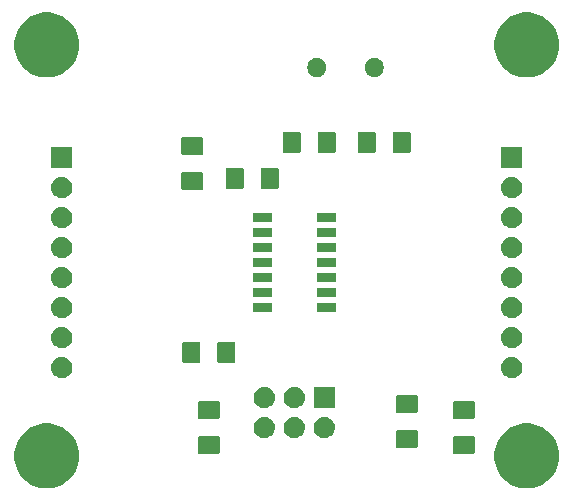
<source format=gbr>
G04 #@! TF.GenerationSoftware,KiCad,Pcbnew,(5.0.2)-1*
G04 #@! TF.CreationDate,2019-01-10T10:17:45+01:00*
G04 #@! TF.ProjectId,ATtiny44_DevBoard,41547469-6e79-4343-945f-446576426f61,rev?*
G04 #@! TF.SameCoordinates,Original*
G04 #@! TF.FileFunction,Soldermask,Top*
G04 #@! TF.FilePolarity,Negative*
%FSLAX46Y46*%
G04 Gerber Fmt 4.6, Leading zero omitted, Abs format (unit mm)*
G04 Created by KiCad (PCBNEW (5.0.2)-1) date 10/01/2019 10:17:45*
%MOMM*%
%LPD*%
G01*
G04 APERTURE LIST*
%ADD10C,0.100000*%
G04 APERTURE END LIST*
D10*
G36*
X169192693Y-105886859D02*
X169458437Y-105939719D01*
X169959087Y-106147095D01*
X170402129Y-106443127D01*
X170409663Y-106448161D01*
X170792839Y-106831337D01*
X170792841Y-106831340D01*
X171093905Y-107281913D01*
X171301281Y-107782563D01*
X171407000Y-108314050D01*
X171407000Y-108855950D01*
X171301281Y-109387437D01*
X171093905Y-109888087D01*
X170794871Y-110335622D01*
X170792839Y-110338663D01*
X170409663Y-110721839D01*
X170409660Y-110721841D01*
X169959087Y-111022905D01*
X169458437Y-111230281D01*
X169192694Y-111283140D01*
X168926951Y-111336000D01*
X168385049Y-111336000D01*
X168119306Y-111283140D01*
X167853563Y-111230281D01*
X167352913Y-111022905D01*
X166902340Y-110721841D01*
X166902337Y-110721839D01*
X166519161Y-110338663D01*
X166517129Y-110335622D01*
X166218095Y-109888087D01*
X166010719Y-109387437D01*
X165905000Y-108855950D01*
X165905000Y-108314050D01*
X166010719Y-107782563D01*
X166218095Y-107281913D01*
X166519159Y-106831340D01*
X166519161Y-106831337D01*
X166902337Y-106448161D01*
X166909871Y-106443127D01*
X167352913Y-106147095D01*
X167853563Y-105939719D01*
X168119306Y-105886860D01*
X168385049Y-105834000D01*
X168926951Y-105834000D01*
X169192693Y-105886859D01*
X169192693Y-105886859D01*
G37*
G36*
X128552693Y-105886859D02*
X128818437Y-105939719D01*
X129319087Y-106147095D01*
X129762129Y-106443127D01*
X129769663Y-106448161D01*
X130152839Y-106831337D01*
X130152841Y-106831340D01*
X130453905Y-107281913D01*
X130661281Y-107782563D01*
X130767000Y-108314050D01*
X130767000Y-108855950D01*
X130661281Y-109387437D01*
X130453905Y-109888087D01*
X130154871Y-110335622D01*
X130152839Y-110338663D01*
X129769663Y-110721839D01*
X129769660Y-110721841D01*
X129319087Y-111022905D01*
X128818437Y-111230281D01*
X128552694Y-111283140D01*
X128286951Y-111336000D01*
X127745049Y-111336000D01*
X127479306Y-111283140D01*
X127213563Y-111230281D01*
X126712913Y-111022905D01*
X126262340Y-110721841D01*
X126262337Y-110721839D01*
X125879161Y-110338663D01*
X125877129Y-110335622D01*
X125578095Y-109888087D01*
X125370719Y-109387437D01*
X125265000Y-108855950D01*
X125265000Y-108314050D01*
X125370719Y-107782563D01*
X125578095Y-107281913D01*
X125879159Y-106831340D01*
X125879161Y-106831337D01*
X126262337Y-106448161D01*
X126269871Y-106443127D01*
X126712913Y-106147095D01*
X127213563Y-105939719D01*
X127479306Y-105886860D01*
X127745049Y-105834000D01*
X128286951Y-105834000D01*
X128552693Y-105886859D01*
X128552693Y-105886859D01*
G37*
G36*
X142507562Y-106900181D02*
X142542477Y-106910773D01*
X142574665Y-106927978D01*
X142602873Y-106951127D01*
X142626022Y-106979335D01*
X142643227Y-107011523D01*
X142653819Y-107046438D01*
X142658000Y-107088895D01*
X142658000Y-108230105D01*
X142653819Y-108272562D01*
X142643227Y-108307477D01*
X142626022Y-108339665D01*
X142602873Y-108367873D01*
X142574665Y-108391022D01*
X142542477Y-108408227D01*
X142507562Y-108418819D01*
X142465105Y-108423000D01*
X140998895Y-108423000D01*
X140956438Y-108418819D01*
X140921523Y-108408227D01*
X140889335Y-108391022D01*
X140861127Y-108367873D01*
X140837978Y-108339665D01*
X140820773Y-108307477D01*
X140810181Y-108272562D01*
X140806000Y-108230105D01*
X140806000Y-107088895D01*
X140810181Y-107046438D01*
X140820773Y-107011523D01*
X140837978Y-106979335D01*
X140861127Y-106951127D01*
X140889335Y-106927978D01*
X140921523Y-106910773D01*
X140956438Y-106900181D01*
X140998895Y-106896000D01*
X142465105Y-106896000D01*
X142507562Y-106900181D01*
X142507562Y-106900181D01*
G37*
G36*
X164097562Y-106900181D02*
X164132477Y-106910773D01*
X164164665Y-106927978D01*
X164192873Y-106951127D01*
X164216022Y-106979335D01*
X164233227Y-107011523D01*
X164243819Y-107046438D01*
X164248000Y-107088895D01*
X164248000Y-108230105D01*
X164243819Y-108272562D01*
X164233227Y-108307477D01*
X164216022Y-108339665D01*
X164192873Y-108367873D01*
X164164665Y-108391022D01*
X164132477Y-108408227D01*
X164097562Y-108418819D01*
X164055105Y-108423000D01*
X162588895Y-108423000D01*
X162546438Y-108418819D01*
X162511523Y-108408227D01*
X162479335Y-108391022D01*
X162451127Y-108367873D01*
X162427978Y-108339665D01*
X162410773Y-108307477D01*
X162400181Y-108272562D01*
X162396000Y-108230105D01*
X162396000Y-107088895D01*
X162400181Y-107046438D01*
X162410773Y-107011523D01*
X162427978Y-106979335D01*
X162451127Y-106951127D01*
X162479335Y-106927978D01*
X162511523Y-106910773D01*
X162546438Y-106900181D01*
X162588895Y-106896000D01*
X164055105Y-106896000D01*
X164097562Y-106900181D01*
X164097562Y-106900181D01*
G37*
G36*
X159271562Y-106392181D02*
X159306477Y-106402773D01*
X159338665Y-106419978D01*
X159366873Y-106443127D01*
X159390022Y-106471335D01*
X159407227Y-106503523D01*
X159417819Y-106538438D01*
X159422000Y-106580895D01*
X159422000Y-107722105D01*
X159417819Y-107764562D01*
X159407227Y-107799477D01*
X159390022Y-107831665D01*
X159366873Y-107859873D01*
X159338665Y-107883022D01*
X159306477Y-107900227D01*
X159271562Y-107910819D01*
X159229105Y-107915000D01*
X157762895Y-107915000D01*
X157720438Y-107910819D01*
X157685523Y-107900227D01*
X157653335Y-107883022D01*
X157625127Y-107859873D01*
X157601978Y-107831665D01*
X157584773Y-107799477D01*
X157574181Y-107764562D01*
X157570000Y-107722105D01*
X157570000Y-106580895D01*
X157574181Y-106538438D01*
X157584773Y-106503523D01*
X157601978Y-106471335D01*
X157625127Y-106443127D01*
X157653335Y-106419978D01*
X157685523Y-106402773D01*
X157720438Y-106392181D01*
X157762895Y-106388000D01*
X159229105Y-106388000D01*
X159271562Y-106392181D01*
X159271562Y-106392181D01*
G37*
G36*
X151621443Y-105277519D02*
X151687627Y-105284037D01*
X151800853Y-105318384D01*
X151857467Y-105335557D01*
X151911923Y-105364665D01*
X152013991Y-105419222D01*
X152024209Y-105427608D01*
X152151186Y-105531814D01*
X152234448Y-105633271D01*
X152263778Y-105669009D01*
X152263779Y-105669011D01*
X152347443Y-105825533D01*
X152347443Y-105825534D01*
X152398963Y-105995373D01*
X152416359Y-106172000D01*
X152398963Y-106348627D01*
X152377319Y-106419978D01*
X152347443Y-106518467D01*
X152336768Y-106538438D01*
X152263778Y-106674991D01*
X152234448Y-106710729D01*
X152151186Y-106812186D01*
X152049729Y-106895448D01*
X152013991Y-106924778D01*
X152013989Y-106924779D01*
X151857467Y-107008443D01*
X151800853Y-107025616D01*
X151687627Y-107059963D01*
X151621443Y-107066481D01*
X151555260Y-107073000D01*
X151466740Y-107073000D01*
X151400557Y-107066481D01*
X151334373Y-107059963D01*
X151221147Y-107025616D01*
X151164533Y-107008443D01*
X151008011Y-106924779D01*
X151008009Y-106924778D01*
X150972271Y-106895448D01*
X150870814Y-106812186D01*
X150787552Y-106710729D01*
X150758222Y-106674991D01*
X150685232Y-106538438D01*
X150674557Y-106518467D01*
X150644681Y-106419978D01*
X150623037Y-106348627D01*
X150605641Y-106172000D01*
X150623037Y-105995373D01*
X150674557Y-105825534D01*
X150674557Y-105825533D01*
X150758221Y-105669011D01*
X150758222Y-105669009D01*
X150787552Y-105633271D01*
X150870814Y-105531814D01*
X150997791Y-105427608D01*
X151008009Y-105419222D01*
X151110077Y-105364665D01*
X151164533Y-105335557D01*
X151221147Y-105318384D01*
X151334373Y-105284037D01*
X151400557Y-105277519D01*
X151466740Y-105271000D01*
X151555260Y-105271000D01*
X151621443Y-105277519D01*
X151621443Y-105277519D01*
G37*
G36*
X146541443Y-105277519D02*
X146607627Y-105284037D01*
X146720853Y-105318384D01*
X146777467Y-105335557D01*
X146831923Y-105364665D01*
X146933991Y-105419222D01*
X146944209Y-105427608D01*
X147071186Y-105531814D01*
X147154448Y-105633271D01*
X147183778Y-105669009D01*
X147183779Y-105669011D01*
X147267443Y-105825533D01*
X147267443Y-105825534D01*
X147318963Y-105995373D01*
X147336359Y-106172000D01*
X147318963Y-106348627D01*
X147297319Y-106419978D01*
X147267443Y-106518467D01*
X147256768Y-106538438D01*
X147183778Y-106674991D01*
X147154448Y-106710729D01*
X147071186Y-106812186D01*
X146969729Y-106895448D01*
X146933991Y-106924778D01*
X146933989Y-106924779D01*
X146777467Y-107008443D01*
X146720853Y-107025616D01*
X146607627Y-107059963D01*
X146541443Y-107066481D01*
X146475260Y-107073000D01*
X146386740Y-107073000D01*
X146320557Y-107066481D01*
X146254373Y-107059963D01*
X146141147Y-107025616D01*
X146084533Y-107008443D01*
X145928011Y-106924779D01*
X145928009Y-106924778D01*
X145892271Y-106895448D01*
X145790814Y-106812186D01*
X145707552Y-106710729D01*
X145678222Y-106674991D01*
X145605232Y-106538438D01*
X145594557Y-106518467D01*
X145564681Y-106419978D01*
X145543037Y-106348627D01*
X145525641Y-106172000D01*
X145543037Y-105995373D01*
X145594557Y-105825534D01*
X145594557Y-105825533D01*
X145678221Y-105669011D01*
X145678222Y-105669009D01*
X145707552Y-105633271D01*
X145790814Y-105531814D01*
X145917791Y-105427608D01*
X145928009Y-105419222D01*
X146030077Y-105364665D01*
X146084533Y-105335557D01*
X146141147Y-105318384D01*
X146254373Y-105284037D01*
X146320557Y-105277519D01*
X146386740Y-105271000D01*
X146475260Y-105271000D01*
X146541443Y-105277519D01*
X146541443Y-105277519D01*
G37*
G36*
X149081443Y-105277519D02*
X149147627Y-105284037D01*
X149260853Y-105318384D01*
X149317467Y-105335557D01*
X149371923Y-105364665D01*
X149473991Y-105419222D01*
X149484209Y-105427608D01*
X149611186Y-105531814D01*
X149694448Y-105633271D01*
X149723778Y-105669009D01*
X149723779Y-105669011D01*
X149807443Y-105825533D01*
X149807443Y-105825534D01*
X149858963Y-105995373D01*
X149876359Y-106172000D01*
X149858963Y-106348627D01*
X149837319Y-106419978D01*
X149807443Y-106518467D01*
X149796768Y-106538438D01*
X149723778Y-106674991D01*
X149694448Y-106710729D01*
X149611186Y-106812186D01*
X149509729Y-106895448D01*
X149473991Y-106924778D01*
X149473989Y-106924779D01*
X149317467Y-107008443D01*
X149260853Y-107025616D01*
X149147627Y-107059963D01*
X149081443Y-107066481D01*
X149015260Y-107073000D01*
X148926740Y-107073000D01*
X148860557Y-107066481D01*
X148794373Y-107059963D01*
X148681147Y-107025616D01*
X148624533Y-107008443D01*
X148468011Y-106924779D01*
X148468009Y-106924778D01*
X148432271Y-106895448D01*
X148330814Y-106812186D01*
X148247552Y-106710729D01*
X148218222Y-106674991D01*
X148145232Y-106538438D01*
X148134557Y-106518467D01*
X148104681Y-106419978D01*
X148083037Y-106348627D01*
X148065641Y-106172000D01*
X148083037Y-105995373D01*
X148134557Y-105825534D01*
X148134557Y-105825533D01*
X148218221Y-105669011D01*
X148218222Y-105669009D01*
X148247552Y-105633271D01*
X148330814Y-105531814D01*
X148457791Y-105427608D01*
X148468009Y-105419222D01*
X148570077Y-105364665D01*
X148624533Y-105335557D01*
X148681147Y-105318384D01*
X148794373Y-105284037D01*
X148860557Y-105277519D01*
X148926740Y-105271000D01*
X149015260Y-105271000D01*
X149081443Y-105277519D01*
X149081443Y-105277519D01*
G37*
G36*
X142507562Y-103925181D02*
X142542477Y-103935773D01*
X142574665Y-103952978D01*
X142602873Y-103976127D01*
X142626022Y-104004335D01*
X142643227Y-104036523D01*
X142653819Y-104071438D01*
X142658000Y-104113895D01*
X142658000Y-105255105D01*
X142653819Y-105297562D01*
X142643227Y-105332477D01*
X142626022Y-105364665D01*
X142602873Y-105392873D01*
X142574665Y-105416022D01*
X142542477Y-105433227D01*
X142507562Y-105443819D01*
X142465105Y-105448000D01*
X140998895Y-105448000D01*
X140956438Y-105443819D01*
X140921523Y-105433227D01*
X140889335Y-105416022D01*
X140861127Y-105392873D01*
X140837978Y-105364665D01*
X140820773Y-105332477D01*
X140810181Y-105297562D01*
X140806000Y-105255105D01*
X140806000Y-104113895D01*
X140810181Y-104071438D01*
X140820773Y-104036523D01*
X140837978Y-104004335D01*
X140861127Y-103976127D01*
X140889335Y-103952978D01*
X140921523Y-103935773D01*
X140956438Y-103925181D01*
X140998895Y-103921000D01*
X142465105Y-103921000D01*
X142507562Y-103925181D01*
X142507562Y-103925181D01*
G37*
G36*
X164097562Y-103925181D02*
X164132477Y-103935773D01*
X164164665Y-103952978D01*
X164192873Y-103976127D01*
X164216022Y-104004335D01*
X164233227Y-104036523D01*
X164243819Y-104071438D01*
X164248000Y-104113895D01*
X164248000Y-105255105D01*
X164243819Y-105297562D01*
X164233227Y-105332477D01*
X164216022Y-105364665D01*
X164192873Y-105392873D01*
X164164665Y-105416022D01*
X164132477Y-105433227D01*
X164097562Y-105443819D01*
X164055105Y-105448000D01*
X162588895Y-105448000D01*
X162546438Y-105443819D01*
X162511523Y-105433227D01*
X162479335Y-105416022D01*
X162451127Y-105392873D01*
X162427978Y-105364665D01*
X162410773Y-105332477D01*
X162400181Y-105297562D01*
X162396000Y-105255105D01*
X162396000Y-104113895D01*
X162400181Y-104071438D01*
X162410773Y-104036523D01*
X162427978Y-104004335D01*
X162451127Y-103976127D01*
X162479335Y-103952978D01*
X162511523Y-103935773D01*
X162546438Y-103925181D01*
X162588895Y-103921000D01*
X164055105Y-103921000D01*
X164097562Y-103925181D01*
X164097562Y-103925181D01*
G37*
G36*
X159271562Y-103417181D02*
X159306477Y-103427773D01*
X159338665Y-103444978D01*
X159366873Y-103468127D01*
X159390022Y-103496335D01*
X159407227Y-103528523D01*
X159417819Y-103563438D01*
X159422000Y-103605895D01*
X159422000Y-104747105D01*
X159417819Y-104789562D01*
X159407227Y-104824477D01*
X159390022Y-104856665D01*
X159366873Y-104884873D01*
X159338665Y-104908022D01*
X159306477Y-104925227D01*
X159271562Y-104935819D01*
X159229105Y-104940000D01*
X157762895Y-104940000D01*
X157720438Y-104935819D01*
X157685523Y-104925227D01*
X157653335Y-104908022D01*
X157625127Y-104884873D01*
X157601978Y-104856665D01*
X157584773Y-104824477D01*
X157574181Y-104789562D01*
X157570000Y-104747105D01*
X157570000Y-103605895D01*
X157574181Y-103563438D01*
X157584773Y-103528523D01*
X157601978Y-103496335D01*
X157625127Y-103468127D01*
X157653335Y-103444978D01*
X157685523Y-103427773D01*
X157720438Y-103417181D01*
X157762895Y-103413000D01*
X159229105Y-103413000D01*
X159271562Y-103417181D01*
X159271562Y-103417181D01*
G37*
G36*
X146541443Y-102737519D02*
X146607627Y-102744037D01*
X146720853Y-102778384D01*
X146777467Y-102795557D01*
X146916087Y-102869652D01*
X146933991Y-102879222D01*
X146969729Y-102908552D01*
X147071186Y-102991814D01*
X147154448Y-103093271D01*
X147183778Y-103129009D01*
X147183779Y-103129011D01*
X147267443Y-103285533D01*
X147267443Y-103285534D01*
X147318963Y-103455373D01*
X147336359Y-103632000D01*
X147318963Y-103808627D01*
X147284875Y-103921000D01*
X147267443Y-103978467D01*
X147195054Y-104113895D01*
X147183778Y-104134991D01*
X147154448Y-104170729D01*
X147071186Y-104272186D01*
X146969729Y-104355448D01*
X146933991Y-104384778D01*
X146933989Y-104384779D01*
X146777467Y-104468443D01*
X146720853Y-104485616D01*
X146607627Y-104519963D01*
X146541443Y-104526481D01*
X146475260Y-104533000D01*
X146386740Y-104533000D01*
X146320557Y-104526481D01*
X146254373Y-104519963D01*
X146141147Y-104485616D01*
X146084533Y-104468443D01*
X145928011Y-104384779D01*
X145928009Y-104384778D01*
X145892271Y-104355448D01*
X145790814Y-104272186D01*
X145707552Y-104170729D01*
X145678222Y-104134991D01*
X145666946Y-104113895D01*
X145594557Y-103978467D01*
X145577125Y-103921000D01*
X145543037Y-103808627D01*
X145525641Y-103632000D01*
X145543037Y-103455373D01*
X145594557Y-103285534D01*
X145594557Y-103285533D01*
X145678221Y-103129011D01*
X145678222Y-103129009D01*
X145707552Y-103093271D01*
X145790814Y-102991814D01*
X145892271Y-102908552D01*
X145928009Y-102879222D01*
X145945913Y-102869652D01*
X146084533Y-102795557D01*
X146141147Y-102778384D01*
X146254373Y-102744037D01*
X146320557Y-102737519D01*
X146386740Y-102731000D01*
X146475260Y-102731000D01*
X146541443Y-102737519D01*
X146541443Y-102737519D01*
G37*
G36*
X149081443Y-102737519D02*
X149147627Y-102744037D01*
X149260853Y-102778384D01*
X149317467Y-102795557D01*
X149456087Y-102869652D01*
X149473991Y-102879222D01*
X149509729Y-102908552D01*
X149611186Y-102991814D01*
X149694448Y-103093271D01*
X149723778Y-103129009D01*
X149723779Y-103129011D01*
X149807443Y-103285533D01*
X149807443Y-103285534D01*
X149858963Y-103455373D01*
X149876359Y-103632000D01*
X149858963Y-103808627D01*
X149824875Y-103921000D01*
X149807443Y-103978467D01*
X149735054Y-104113895D01*
X149723778Y-104134991D01*
X149694448Y-104170729D01*
X149611186Y-104272186D01*
X149509729Y-104355448D01*
X149473991Y-104384778D01*
X149473989Y-104384779D01*
X149317467Y-104468443D01*
X149260853Y-104485616D01*
X149147627Y-104519963D01*
X149081443Y-104526481D01*
X149015260Y-104533000D01*
X148926740Y-104533000D01*
X148860557Y-104526481D01*
X148794373Y-104519963D01*
X148681147Y-104485616D01*
X148624533Y-104468443D01*
X148468011Y-104384779D01*
X148468009Y-104384778D01*
X148432271Y-104355448D01*
X148330814Y-104272186D01*
X148247552Y-104170729D01*
X148218222Y-104134991D01*
X148206946Y-104113895D01*
X148134557Y-103978467D01*
X148117125Y-103921000D01*
X148083037Y-103808627D01*
X148065641Y-103632000D01*
X148083037Y-103455373D01*
X148134557Y-103285534D01*
X148134557Y-103285533D01*
X148218221Y-103129011D01*
X148218222Y-103129009D01*
X148247552Y-103093271D01*
X148330814Y-102991814D01*
X148432271Y-102908552D01*
X148468009Y-102879222D01*
X148485913Y-102869652D01*
X148624533Y-102795557D01*
X148681147Y-102778384D01*
X148794373Y-102744037D01*
X148860557Y-102737519D01*
X148926740Y-102731000D01*
X149015260Y-102731000D01*
X149081443Y-102737519D01*
X149081443Y-102737519D01*
G37*
G36*
X152412000Y-104533000D02*
X150610000Y-104533000D01*
X150610000Y-102731000D01*
X152412000Y-102731000D01*
X152412000Y-104533000D01*
X152412000Y-104533000D01*
G37*
G36*
X167496442Y-100197518D02*
X167562627Y-100204037D01*
X167675853Y-100238384D01*
X167732467Y-100255557D01*
X167871087Y-100329652D01*
X167888991Y-100339222D01*
X167924729Y-100368552D01*
X168026186Y-100451814D01*
X168109448Y-100553271D01*
X168138778Y-100589009D01*
X168138779Y-100589011D01*
X168222443Y-100745533D01*
X168222443Y-100745534D01*
X168273963Y-100915373D01*
X168291359Y-101092000D01*
X168273963Y-101268627D01*
X168239616Y-101381853D01*
X168222443Y-101438467D01*
X168148348Y-101577087D01*
X168138778Y-101594991D01*
X168109448Y-101630729D01*
X168026186Y-101732186D01*
X167924729Y-101815448D01*
X167888991Y-101844778D01*
X167888989Y-101844779D01*
X167732467Y-101928443D01*
X167675853Y-101945616D01*
X167562627Y-101979963D01*
X167496442Y-101986482D01*
X167430260Y-101993000D01*
X167341740Y-101993000D01*
X167275558Y-101986482D01*
X167209373Y-101979963D01*
X167096147Y-101945616D01*
X167039533Y-101928443D01*
X166883011Y-101844779D01*
X166883009Y-101844778D01*
X166847271Y-101815448D01*
X166745814Y-101732186D01*
X166662552Y-101630729D01*
X166633222Y-101594991D01*
X166623652Y-101577087D01*
X166549557Y-101438467D01*
X166532384Y-101381853D01*
X166498037Y-101268627D01*
X166480641Y-101092000D01*
X166498037Y-100915373D01*
X166549557Y-100745534D01*
X166549557Y-100745533D01*
X166633221Y-100589011D01*
X166633222Y-100589009D01*
X166662552Y-100553271D01*
X166745814Y-100451814D01*
X166847271Y-100368552D01*
X166883009Y-100339222D01*
X166900913Y-100329652D01*
X167039533Y-100255557D01*
X167096147Y-100238384D01*
X167209373Y-100204037D01*
X167275558Y-100197518D01*
X167341740Y-100191000D01*
X167430260Y-100191000D01*
X167496442Y-100197518D01*
X167496442Y-100197518D01*
G37*
G36*
X129396442Y-100197518D02*
X129462627Y-100204037D01*
X129575853Y-100238384D01*
X129632467Y-100255557D01*
X129771087Y-100329652D01*
X129788991Y-100339222D01*
X129824729Y-100368552D01*
X129926186Y-100451814D01*
X130009448Y-100553271D01*
X130038778Y-100589009D01*
X130038779Y-100589011D01*
X130122443Y-100745533D01*
X130122443Y-100745534D01*
X130173963Y-100915373D01*
X130191359Y-101092000D01*
X130173963Y-101268627D01*
X130139616Y-101381853D01*
X130122443Y-101438467D01*
X130048348Y-101577087D01*
X130038778Y-101594991D01*
X130009448Y-101630729D01*
X129926186Y-101732186D01*
X129824729Y-101815448D01*
X129788991Y-101844778D01*
X129788989Y-101844779D01*
X129632467Y-101928443D01*
X129575853Y-101945616D01*
X129462627Y-101979963D01*
X129396442Y-101986482D01*
X129330260Y-101993000D01*
X129241740Y-101993000D01*
X129175558Y-101986482D01*
X129109373Y-101979963D01*
X128996147Y-101945616D01*
X128939533Y-101928443D01*
X128783011Y-101844779D01*
X128783009Y-101844778D01*
X128747271Y-101815448D01*
X128645814Y-101732186D01*
X128562552Y-101630729D01*
X128533222Y-101594991D01*
X128523652Y-101577087D01*
X128449557Y-101438467D01*
X128432384Y-101381853D01*
X128398037Y-101268627D01*
X128380641Y-101092000D01*
X128398037Y-100915373D01*
X128449557Y-100745534D01*
X128449557Y-100745533D01*
X128533221Y-100589011D01*
X128533222Y-100589009D01*
X128562552Y-100553271D01*
X128645814Y-100451814D01*
X128747271Y-100368552D01*
X128783009Y-100339222D01*
X128800913Y-100329652D01*
X128939533Y-100255557D01*
X128996147Y-100238384D01*
X129109373Y-100204037D01*
X129175558Y-100197518D01*
X129241740Y-100191000D01*
X129330260Y-100191000D01*
X129396442Y-100197518D01*
X129396442Y-100197518D01*
G37*
G36*
X143832562Y-98900181D02*
X143867477Y-98910773D01*
X143899665Y-98927978D01*
X143927873Y-98951127D01*
X143951022Y-98979335D01*
X143968227Y-99011523D01*
X143978819Y-99046438D01*
X143983000Y-99088895D01*
X143983000Y-100555105D01*
X143978819Y-100597562D01*
X143968227Y-100632477D01*
X143951022Y-100664665D01*
X143927873Y-100692873D01*
X143899665Y-100716022D01*
X143867477Y-100733227D01*
X143832562Y-100743819D01*
X143790105Y-100748000D01*
X142648895Y-100748000D01*
X142606438Y-100743819D01*
X142571523Y-100733227D01*
X142539335Y-100716022D01*
X142511127Y-100692873D01*
X142487978Y-100664665D01*
X142470773Y-100632477D01*
X142460181Y-100597562D01*
X142456000Y-100555105D01*
X142456000Y-99088895D01*
X142460181Y-99046438D01*
X142470773Y-99011523D01*
X142487978Y-98979335D01*
X142511127Y-98951127D01*
X142539335Y-98927978D01*
X142571523Y-98910773D01*
X142606438Y-98900181D01*
X142648895Y-98896000D01*
X143790105Y-98896000D01*
X143832562Y-98900181D01*
X143832562Y-98900181D01*
G37*
G36*
X140857562Y-98900181D02*
X140892477Y-98910773D01*
X140924665Y-98927978D01*
X140952873Y-98951127D01*
X140976022Y-98979335D01*
X140993227Y-99011523D01*
X141003819Y-99046438D01*
X141008000Y-99088895D01*
X141008000Y-100555105D01*
X141003819Y-100597562D01*
X140993227Y-100632477D01*
X140976022Y-100664665D01*
X140952873Y-100692873D01*
X140924665Y-100716022D01*
X140892477Y-100733227D01*
X140857562Y-100743819D01*
X140815105Y-100748000D01*
X139673895Y-100748000D01*
X139631438Y-100743819D01*
X139596523Y-100733227D01*
X139564335Y-100716022D01*
X139536127Y-100692873D01*
X139512978Y-100664665D01*
X139495773Y-100632477D01*
X139485181Y-100597562D01*
X139481000Y-100555105D01*
X139481000Y-99088895D01*
X139485181Y-99046438D01*
X139495773Y-99011523D01*
X139512978Y-98979335D01*
X139536127Y-98951127D01*
X139564335Y-98927978D01*
X139596523Y-98910773D01*
X139631438Y-98900181D01*
X139673895Y-98896000D01*
X140815105Y-98896000D01*
X140857562Y-98900181D01*
X140857562Y-98900181D01*
G37*
G36*
X167496443Y-97657519D02*
X167562627Y-97664037D01*
X167675853Y-97698384D01*
X167732467Y-97715557D01*
X167871087Y-97789652D01*
X167888991Y-97799222D01*
X167924729Y-97828552D01*
X168026186Y-97911814D01*
X168109448Y-98013271D01*
X168138778Y-98049009D01*
X168138779Y-98049011D01*
X168222443Y-98205533D01*
X168222443Y-98205534D01*
X168273963Y-98375373D01*
X168291359Y-98552000D01*
X168273963Y-98728627D01*
X168239616Y-98841853D01*
X168222443Y-98898467D01*
X168162012Y-99011523D01*
X168138778Y-99054991D01*
X168109448Y-99090729D01*
X168026186Y-99192186D01*
X167924729Y-99275448D01*
X167888991Y-99304778D01*
X167888989Y-99304779D01*
X167732467Y-99388443D01*
X167675853Y-99405616D01*
X167562627Y-99439963D01*
X167496443Y-99446481D01*
X167430260Y-99453000D01*
X167341740Y-99453000D01*
X167275557Y-99446481D01*
X167209373Y-99439963D01*
X167096147Y-99405616D01*
X167039533Y-99388443D01*
X166883011Y-99304779D01*
X166883009Y-99304778D01*
X166847271Y-99275448D01*
X166745814Y-99192186D01*
X166662552Y-99090729D01*
X166633222Y-99054991D01*
X166609988Y-99011523D01*
X166549557Y-98898467D01*
X166532384Y-98841853D01*
X166498037Y-98728627D01*
X166480641Y-98552000D01*
X166498037Y-98375373D01*
X166549557Y-98205534D01*
X166549557Y-98205533D01*
X166633221Y-98049011D01*
X166633222Y-98049009D01*
X166662552Y-98013271D01*
X166745814Y-97911814D01*
X166847271Y-97828552D01*
X166883009Y-97799222D01*
X166900913Y-97789652D01*
X167039533Y-97715557D01*
X167096147Y-97698384D01*
X167209373Y-97664037D01*
X167275557Y-97657519D01*
X167341740Y-97651000D01*
X167430260Y-97651000D01*
X167496443Y-97657519D01*
X167496443Y-97657519D01*
G37*
G36*
X129396443Y-97657519D02*
X129462627Y-97664037D01*
X129575853Y-97698384D01*
X129632467Y-97715557D01*
X129771087Y-97789652D01*
X129788991Y-97799222D01*
X129824729Y-97828552D01*
X129926186Y-97911814D01*
X130009448Y-98013271D01*
X130038778Y-98049009D01*
X130038779Y-98049011D01*
X130122443Y-98205533D01*
X130122443Y-98205534D01*
X130173963Y-98375373D01*
X130191359Y-98552000D01*
X130173963Y-98728627D01*
X130139616Y-98841853D01*
X130122443Y-98898467D01*
X130062012Y-99011523D01*
X130038778Y-99054991D01*
X130009448Y-99090729D01*
X129926186Y-99192186D01*
X129824729Y-99275448D01*
X129788991Y-99304778D01*
X129788989Y-99304779D01*
X129632467Y-99388443D01*
X129575853Y-99405616D01*
X129462627Y-99439963D01*
X129396443Y-99446481D01*
X129330260Y-99453000D01*
X129241740Y-99453000D01*
X129175557Y-99446481D01*
X129109373Y-99439963D01*
X128996147Y-99405616D01*
X128939533Y-99388443D01*
X128783011Y-99304779D01*
X128783009Y-99304778D01*
X128747271Y-99275448D01*
X128645814Y-99192186D01*
X128562552Y-99090729D01*
X128533222Y-99054991D01*
X128509988Y-99011523D01*
X128449557Y-98898467D01*
X128432384Y-98841853D01*
X128398037Y-98728627D01*
X128380641Y-98552000D01*
X128398037Y-98375373D01*
X128449557Y-98205534D01*
X128449557Y-98205533D01*
X128533221Y-98049011D01*
X128533222Y-98049009D01*
X128562552Y-98013271D01*
X128645814Y-97911814D01*
X128747271Y-97828552D01*
X128783009Y-97799222D01*
X128800913Y-97789652D01*
X128939533Y-97715557D01*
X128996147Y-97698384D01*
X129109373Y-97664037D01*
X129175557Y-97657519D01*
X129241740Y-97651000D01*
X129330260Y-97651000D01*
X129396443Y-97657519D01*
X129396443Y-97657519D01*
G37*
G36*
X167496442Y-95117518D02*
X167562627Y-95124037D01*
X167675853Y-95158384D01*
X167732467Y-95175557D01*
X167871087Y-95249652D01*
X167888991Y-95259222D01*
X167924729Y-95288552D01*
X168026186Y-95371814D01*
X168109448Y-95473271D01*
X168138778Y-95509009D01*
X168138779Y-95509011D01*
X168222443Y-95665533D01*
X168222443Y-95665534D01*
X168273963Y-95835373D01*
X168291359Y-96012000D01*
X168273963Y-96188627D01*
X168239616Y-96301853D01*
X168222443Y-96358467D01*
X168220020Y-96363000D01*
X168138778Y-96514991D01*
X168109448Y-96550729D01*
X168026186Y-96652186D01*
X167924729Y-96735448D01*
X167888991Y-96764778D01*
X167888989Y-96764779D01*
X167732467Y-96848443D01*
X167675853Y-96865616D01*
X167562627Y-96899963D01*
X167496443Y-96906481D01*
X167430260Y-96913000D01*
X167341740Y-96913000D01*
X167275557Y-96906481D01*
X167209373Y-96899963D01*
X167096147Y-96865616D01*
X167039533Y-96848443D01*
X166883011Y-96764779D01*
X166883009Y-96764778D01*
X166847271Y-96735448D01*
X166745814Y-96652186D01*
X166662552Y-96550729D01*
X166633222Y-96514991D01*
X166551980Y-96363000D01*
X166549557Y-96358467D01*
X166532384Y-96301853D01*
X166498037Y-96188627D01*
X166480641Y-96012000D01*
X166498037Y-95835373D01*
X166549557Y-95665534D01*
X166549557Y-95665533D01*
X166633221Y-95509011D01*
X166633222Y-95509009D01*
X166662552Y-95473271D01*
X166745814Y-95371814D01*
X166847271Y-95288552D01*
X166883009Y-95259222D01*
X166900913Y-95249652D01*
X167039533Y-95175557D01*
X167096147Y-95158384D01*
X167209373Y-95124037D01*
X167275558Y-95117518D01*
X167341740Y-95111000D01*
X167430260Y-95111000D01*
X167496442Y-95117518D01*
X167496442Y-95117518D01*
G37*
G36*
X129396442Y-95117518D02*
X129462627Y-95124037D01*
X129575853Y-95158384D01*
X129632467Y-95175557D01*
X129771087Y-95249652D01*
X129788991Y-95259222D01*
X129824729Y-95288552D01*
X129926186Y-95371814D01*
X130009448Y-95473271D01*
X130038778Y-95509009D01*
X130038779Y-95509011D01*
X130122443Y-95665533D01*
X130122443Y-95665534D01*
X130173963Y-95835373D01*
X130191359Y-96012000D01*
X130173963Y-96188627D01*
X130139616Y-96301853D01*
X130122443Y-96358467D01*
X130120020Y-96363000D01*
X130038778Y-96514991D01*
X130009448Y-96550729D01*
X129926186Y-96652186D01*
X129824729Y-96735448D01*
X129788991Y-96764778D01*
X129788989Y-96764779D01*
X129632467Y-96848443D01*
X129575853Y-96865616D01*
X129462627Y-96899963D01*
X129396443Y-96906481D01*
X129330260Y-96913000D01*
X129241740Y-96913000D01*
X129175557Y-96906481D01*
X129109373Y-96899963D01*
X128996147Y-96865616D01*
X128939533Y-96848443D01*
X128783011Y-96764779D01*
X128783009Y-96764778D01*
X128747271Y-96735448D01*
X128645814Y-96652186D01*
X128562552Y-96550729D01*
X128533222Y-96514991D01*
X128451980Y-96363000D01*
X128449557Y-96358467D01*
X128432384Y-96301853D01*
X128398037Y-96188627D01*
X128380641Y-96012000D01*
X128398037Y-95835373D01*
X128449557Y-95665534D01*
X128449557Y-95665533D01*
X128533221Y-95509011D01*
X128533222Y-95509009D01*
X128562552Y-95473271D01*
X128645814Y-95371814D01*
X128747271Y-95288552D01*
X128783009Y-95259222D01*
X128800913Y-95249652D01*
X128939533Y-95175557D01*
X128996147Y-95158384D01*
X129109373Y-95124037D01*
X129175558Y-95117518D01*
X129241740Y-95111000D01*
X129330260Y-95111000D01*
X129396442Y-95117518D01*
X129396442Y-95117518D01*
G37*
G36*
X147072000Y-96363000D02*
X145470000Y-96363000D01*
X145470000Y-95661000D01*
X147072000Y-95661000D01*
X147072000Y-96363000D01*
X147072000Y-96363000D01*
G37*
G36*
X152472000Y-96363000D02*
X150870000Y-96363000D01*
X150870000Y-95661000D01*
X152472000Y-95661000D01*
X152472000Y-96363000D01*
X152472000Y-96363000D01*
G37*
G36*
X147072000Y-95093000D02*
X145470000Y-95093000D01*
X145470000Y-94391000D01*
X147072000Y-94391000D01*
X147072000Y-95093000D01*
X147072000Y-95093000D01*
G37*
G36*
X152472000Y-95093000D02*
X150870000Y-95093000D01*
X150870000Y-94391000D01*
X152472000Y-94391000D01*
X152472000Y-95093000D01*
X152472000Y-95093000D01*
G37*
G36*
X129396443Y-92577519D02*
X129462627Y-92584037D01*
X129575853Y-92618384D01*
X129632467Y-92635557D01*
X129771087Y-92709652D01*
X129788991Y-92719222D01*
X129824729Y-92748552D01*
X129926186Y-92831814D01*
X130009448Y-92933271D01*
X130038778Y-92969009D01*
X130038779Y-92969011D01*
X130122443Y-93125533D01*
X130122443Y-93125534D01*
X130173963Y-93295373D01*
X130191359Y-93472000D01*
X130173963Y-93648627D01*
X130139616Y-93761853D01*
X130122443Y-93818467D01*
X130120020Y-93823000D01*
X130038778Y-93974991D01*
X130009448Y-94010729D01*
X129926186Y-94112186D01*
X129824729Y-94195448D01*
X129788991Y-94224778D01*
X129788989Y-94224779D01*
X129632467Y-94308443D01*
X129575853Y-94325616D01*
X129462627Y-94359963D01*
X129396443Y-94366481D01*
X129330260Y-94373000D01*
X129241740Y-94373000D01*
X129175557Y-94366481D01*
X129109373Y-94359963D01*
X128996147Y-94325616D01*
X128939533Y-94308443D01*
X128783011Y-94224779D01*
X128783009Y-94224778D01*
X128747271Y-94195448D01*
X128645814Y-94112186D01*
X128562552Y-94010729D01*
X128533222Y-93974991D01*
X128451980Y-93823000D01*
X128449557Y-93818467D01*
X128432384Y-93761853D01*
X128398037Y-93648627D01*
X128380641Y-93472000D01*
X128398037Y-93295373D01*
X128449557Y-93125534D01*
X128449557Y-93125533D01*
X128533221Y-92969011D01*
X128533222Y-92969009D01*
X128562552Y-92933271D01*
X128645814Y-92831814D01*
X128747271Y-92748552D01*
X128783009Y-92719222D01*
X128800913Y-92709652D01*
X128939533Y-92635557D01*
X128996147Y-92618384D01*
X129109373Y-92584037D01*
X129175557Y-92577519D01*
X129241740Y-92571000D01*
X129330260Y-92571000D01*
X129396443Y-92577519D01*
X129396443Y-92577519D01*
G37*
G36*
X167496443Y-92577519D02*
X167562627Y-92584037D01*
X167675853Y-92618384D01*
X167732467Y-92635557D01*
X167871087Y-92709652D01*
X167888991Y-92719222D01*
X167924729Y-92748552D01*
X168026186Y-92831814D01*
X168109448Y-92933271D01*
X168138778Y-92969009D01*
X168138779Y-92969011D01*
X168222443Y-93125533D01*
X168222443Y-93125534D01*
X168273963Y-93295373D01*
X168291359Y-93472000D01*
X168273963Y-93648627D01*
X168239616Y-93761853D01*
X168222443Y-93818467D01*
X168220020Y-93823000D01*
X168138778Y-93974991D01*
X168109448Y-94010729D01*
X168026186Y-94112186D01*
X167924729Y-94195448D01*
X167888991Y-94224778D01*
X167888989Y-94224779D01*
X167732467Y-94308443D01*
X167675853Y-94325616D01*
X167562627Y-94359963D01*
X167496443Y-94366481D01*
X167430260Y-94373000D01*
X167341740Y-94373000D01*
X167275557Y-94366481D01*
X167209373Y-94359963D01*
X167096147Y-94325616D01*
X167039533Y-94308443D01*
X166883011Y-94224779D01*
X166883009Y-94224778D01*
X166847271Y-94195448D01*
X166745814Y-94112186D01*
X166662552Y-94010729D01*
X166633222Y-93974991D01*
X166551980Y-93823000D01*
X166549557Y-93818467D01*
X166532384Y-93761853D01*
X166498037Y-93648627D01*
X166480641Y-93472000D01*
X166498037Y-93295373D01*
X166549557Y-93125534D01*
X166549557Y-93125533D01*
X166633221Y-92969011D01*
X166633222Y-92969009D01*
X166662552Y-92933271D01*
X166745814Y-92831814D01*
X166847271Y-92748552D01*
X166883009Y-92719222D01*
X166900913Y-92709652D01*
X167039533Y-92635557D01*
X167096147Y-92618384D01*
X167209373Y-92584037D01*
X167275558Y-92577518D01*
X167341740Y-92571000D01*
X167430260Y-92571000D01*
X167496443Y-92577519D01*
X167496443Y-92577519D01*
G37*
G36*
X147072000Y-93823000D02*
X145470000Y-93823000D01*
X145470000Y-93121000D01*
X147072000Y-93121000D01*
X147072000Y-93823000D01*
X147072000Y-93823000D01*
G37*
G36*
X152472000Y-93823000D02*
X150870000Y-93823000D01*
X150870000Y-93121000D01*
X152472000Y-93121000D01*
X152472000Y-93823000D01*
X152472000Y-93823000D01*
G37*
G36*
X152472000Y-92553000D02*
X150870000Y-92553000D01*
X150870000Y-91851000D01*
X152472000Y-91851000D01*
X152472000Y-92553000D01*
X152472000Y-92553000D01*
G37*
G36*
X147072000Y-92553000D02*
X145470000Y-92553000D01*
X145470000Y-91851000D01*
X147072000Y-91851000D01*
X147072000Y-92553000D01*
X147072000Y-92553000D01*
G37*
G36*
X129396442Y-90037518D02*
X129462627Y-90044037D01*
X129575853Y-90078384D01*
X129632467Y-90095557D01*
X129771087Y-90169652D01*
X129788991Y-90179222D01*
X129824729Y-90208552D01*
X129926186Y-90291814D01*
X130009448Y-90393271D01*
X130038778Y-90429009D01*
X130038779Y-90429011D01*
X130122443Y-90585533D01*
X130122443Y-90585534D01*
X130173963Y-90755373D01*
X130191359Y-90932000D01*
X130173963Y-91108627D01*
X130139616Y-91221853D01*
X130122443Y-91278467D01*
X130120020Y-91283000D01*
X130038778Y-91434991D01*
X130009448Y-91470729D01*
X129926186Y-91572186D01*
X129824729Y-91655448D01*
X129788991Y-91684778D01*
X129788989Y-91684779D01*
X129632467Y-91768443D01*
X129575853Y-91785616D01*
X129462627Y-91819963D01*
X129396442Y-91826482D01*
X129330260Y-91833000D01*
X129241740Y-91833000D01*
X129175558Y-91826482D01*
X129109373Y-91819963D01*
X128996147Y-91785616D01*
X128939533Y-91768443D01*
X128783011Y-91684779D01*
X128783009Y-91684778D01*
X128747271Y-91655448D01*
X128645814Y-91572186D01*
X128562552Y-91470729D01*
X128533222Y-91434991D01*
X128451980Y-91283000D01*
X128449557Y-91278467D01*
X128432384Y-91221853D01*
X128398037Y-91108627D01*
X128380641Y-90932000D01*
X128398037Y-90755373D01*
X128449557Y-90585534D01*
X128449557Y-90585533D01*
X128533221Y-90429011D01*
X128533222Y-90429009D01*
X128562552Y-90393271D01*
X128645814Y-90291814D01*
X128747271Y-90208552D01*
X128783009Y-90179222D01*
X128800913Y-90169652D01*
X128939533Y-90095557D01*
X128996147Y-90078384D01*
X129109373Y-90044037D01*
X129175558Y-90037518D01*
X129241740Y-90031000D01*
X129330260Y-90031000D01*
X129396442Y-90037518D01*
X129396442Y-90037518D01*
G37*
G36*
X167496442Y-90037518D02*
X167562627Y-90044037D01*
X167675853Y-90078384D01*
X167732467Y-90095557D01*
X167871087Y-90169652D01*
X167888991Y-90179222D01*
X167924729Y-90208552D01*
X168026186Y-90291814D01*
X168109448Y-90393271D01*
X168138778Y-90429009D01*
X168138779Y-90429011D01*
X168222443Y-90585533D01*
X168222443Y-90585534D01*
X168273963Y-90755373D01*
X168291359Y-90932000D01*
X168273963Y-91108627D01*
X168239616Y-91221853D01*
X168222443Y-91278467D01*
X168220020Y-91283000D01*
X168138778Y-91434991D01*
X168109448Y-91470729D01*
X168026186Y-91572186D01*
X167924729Y-91655448D01*
X167888991Y-91684778D01*
X167888989Y-91684779D01*
X167732467Y-91768443D01*
X167675853Y-91785616D01*
X167562627Y-91819963D01*
X167496442Y-91826482D01*
X167430260Y-91833000D01*
X167341740Y-91833000D01*
X167275558Y-91826482D01*
X167209373Y-91819963D01*
X167096147Y-91785616D01*
X167039533Y-91768443D01*
X166883011Y-91684779D01*
X166883009Y-91684778D01*
X166847271Y-91655448D01*
X166745814Y-91572186D01*
X166662552Y-91470729D01*
X166633222Y-91434991D01*
X166551980Y-91283000D01*
X166549557Y-91278467D01*
X166532384Y-91221853D01*
X166498037Y-91108627D01*
X166480641Y-90932000D01*
X166498037Y-90755373D01*
X166549557Y-90585534D01*
X166549557Y-90585533D01*
X166633221Y-90429011D01*
X166633222Y-90429009D01*
X166662552Y-90393271D01*
X166745814Y-90291814D01*
X166847271Y-90208552D01*
X166883009Y-90179222D01*
X166900913Y-90169652D01*
X167039533Y-90095557D01*
X167096147Y-90078384D01*
X167209373Y-90044037D01*
X167275558Y-90037518D01*
X167341740Y-90031000D01*
X167430260Y-90031000D01*
X167496442Y-90037518D01*
X167496442Y-90037518D01*
G37*
G36*
X147072000Y-91283000D02*
X145470000Y-91283000D01*
X145470000Y-90581000D01*
X147072000Y-90581000D01*
X147072000Y-91283000D01*
X147072000Y-91283000D01*
G37*
G36*
X152472000Y-91283000D02*
X150870000Y-91283000D01*
X150870000Y-90581000D01*
X152472000Y-90581000D01*
X152472000Y-91283000D01*
X152472000Y-91283000D01*
G37*
G36*
X147072000Y-90013000D02*
X145470000Y-90013000D01*
X145470000Y-89311000D01*
X147072000Y-89311000D01*
X147072000Y-90013000D01*
X147072000Y-90013000D01*
G37*
G36*
X152472000Y-90013000D02*
X150870000Y-90013000D01*
X150870000Y-89311000D01*
X152472000Y-89311000D01*
X152472000Y-90013000D01*
X152472000Y-90013000D01*
G37*
G36*
X129396443Y-87497519D02*
X129462627Y-87504037D01*
X129575853Y-87538384D01*
X129632467Y-87555557D01*
X129771087Y-87629652D01*
X129788991Y-87639222D01*
X129824729Y-87668552D01*
X129926186Y-87751814D01*
X130009448Y-87853271D01*
X130038778Y-87889009D01*
X130038779Y-87889011D01*
X130122443Y-88045533D01*
X130122443Y-88045534D01*
X130173963Y-88215373D01*
X130191359Y-88392000D01*
X130173963Y-88568627D01*
X130139616Y-88681853D01*
X130122443Y-88738467D01*
X130120020Y-88743000D01*
X130038778Y-88894991D01*
X130009448Y-88930729D01*
X129926186Y-89032186D01*
X129824729Y-89115448D01*
X129788991Y-89144778D01*
X129788989Y-89144779D01*
X129632467Y-89228443D01*
X129575853Y-89245616D01*
X129462627Y-89279963D01*
X129396443Y-89286481D01*
X129330260Y-89293000D01*
X129241740Y-89293000D01*
X129175557Y-89286481D01*
X129109373Y-89279963D01*
X128996147Y-89245616D01*
X128939533Y-89228443D01*
X128783011Y-89144779D01*
X128783009Y-89144778D01*
X128747271Y-89115448D01*
X128645814Y-89032186D01*
X128562552Y-88930729D01*
X128533222Y-88894991D01*
X128451980Y-88743000D01*
X128449557Y-88738467D01*
X128432384Y-88681853D01*
X128398037Y-88568627D01*
X128380641Y-88392000D01*
X128398037Y-88215373D01*
X128449557Y-88045534D01*
X128449557Y-88045533D01*
X128533221Y-87889011D01*
X128533222Y-87889009D01*
X128562552Y-87853271D01*
X128645814Y-87751814D01*
X128747271Y-87668552D01*
X128783009Y-87639222D01*
X128800913Y-87629652D01*
X128939533Y-87555557D01*
X128996147Y-87538384D01*
X129109373Y-87504037D01*
X129175557Y-87497519D01*
X129241740Y-87491000D01*
X129330260Y-87491000D01*
X129396443Y-87497519D01*
X129396443Y-87497519D01*
G37*
G36*
X167496443Y-87497519D02*
X167562627Y-87504037D01*
X167675853Y-87538384D01*
X167732467Y-87555557D01*
X167871087Y-87629652D01*
X167888991Y-87639222D01*
X167924729Y-87668552D01*
X168026186Y-87751814D01*
X168109448Y-87853271D01*
X168138778Y-87889009D01*
X168138779Y-87889011D01*
X168222443Y-88045533D01*
X168222443Y-88045534D01*
X168273963Y-88215373D01*
X168291359Y-88392000D01*
X168273963Y-88568627D01*
X168239616Y-88681853D01*
X168222443Y-88738467D01*
X168220020Y-88743000D01*
X168138778Y-88894991D01*
X168109448Y-88930729D01*
X168026186Y-89032186D01*
X167924729Y-89115448D01*
X167888991Y-89144778D01*
X167888989Y-89144779D01*
X167732467Y-89228443D01*
X167675853Y-89245616D01*
X167562627Y-89279963D01*
X167496443Y-89286481D01*
X167430260Y-89293000D01*
X167341740Y-89293000D01*
X167275557Y-89286481D01*
X167209373Y-89279963D01*
X167096147Y-89245616D01*
X167039533Y-89228443D01*
X166883011Y-89144779D01*
X166883009Y-89144778D01*
X166847271Y-89115448D01*
X166745814Y-89032186D01*
X166662552Y-88930729D01*
X166633222Y-88894991D01*
X166551980Y-88743000D01*
X166549557Y-88738467D01*
X166532384Y-88681853D01*
X166498037Y-88568627D01*
X166480641Y-88392000D01*
X166498037Y-88215373D01*
X166549557Y-88045534D01*
X166549557Y-88045533D01*
X166633221Y-87889011D01*
X166633222Y-87889009D01*
X166662552Y-87853271D01*
X166745814Y-87751814D01*
X166847271Y-87668552D01*
X166883009Y-87639222D01*
X166900913Y-87629652D01*
X167039533Y-87555557D01*
X167096147Y-87538384D01*
X167209373Y-87504037D01*
X167275557Y-87497519D01*
X167341740Y-87491000D01*
X167430260Y-87491000D01*
X167496443Y-87497519D01*
X167496443Y-87497519D01*
G37*
G36*
X147072000Y-88743000D02*
X145470000Y-88743000D01*
X145470000Y-88041000D01*
X147072000Y-88041000D01*
X147072000Y-88743000D01*
X147072000Y-88743000D01*
G37*
G36*
X152472000Y-88743000D02*
X150870000Y-88743000D01*
X150870000Y-88041000D01*
X152472000Y-88041000D01*
X152472000Y-88743000D01*
X152472000Y-88743000D01*
G37*
G36*
X129396442Y-84957518D02*
X129462627Y-84964037D01*
X129575853Y-84998384D01*
X129632467Y-85015557D01*
X129771087Y-85089652D01*
X129788991Y-85099222D01*
X129824729Y-85128552D01*
X129926186Y-85211814D01*
X130009448Y-85313271D01*
X130038778Y-85349009D01*
X130038779Y-85349011D01*
X130122443Y-85505533D01*
X130122443Y-85505534D01*
X130173963Y-85675373D01*
X130191359Y-85852000D01*
X130173963Y-86028627D01*
X130161109Y-86071000D01*
X130122443Y-86198467D01*
X130048348Y-86337087D01*
X130038778Y-86354991D01*
X130009448Y-86390729D01*
X129926186Y-86492186D01*
X129824729Y-86575448D01*
X129788991Y-86604778D01*
X129788989Y-86604779D01*
X129632467Y-86688443D01*
X129575853Y-86705616D01*
X129462627Y-86739963D01*
X129396443Y-86746481D01*
X129330260Y-86753000D01*
X129241740Y-86753000D01*
X129175557Y-86746481D01*
X129109373Y-86739963D01*
X128996147Y-86705616D01*
X128939533Y-86688443D01*
X128783011Y-86604779D01*
X128783009Y-86604778D01*
X128747271Y-86575448D01*
X128645814Y-86492186D01*
X128562552Y-86390729D01*
X128533222Y-86354991D01*
X128523652Y-86337087D01*
X128449557Y-86198467D01*
X128410891Y-86071000D01*
X128398037Y-86028627D01*
X128380641Y-85852000D01*
X128398037Y-85675373D01*
X128449557Y-85505534D01*
X128449557Y-85505533D01*
X128533221Y-85349011D01*
X128533222Y-85349009D01*
X128562552Y-85313271D01*
X128645814Y-85211814D01*
X128747271Y-85128552D01*
X128783009Y-85099222D01*
X128800913Y-85089652D01*
X128939533Y-85015557D01*
X128996147Y-84998384D01*
X129109373Y-84964037D01*
X129175558Y-84957518D01*
X129241740Y-84951000D01*
X129330260Y-84951000D01*
X129396442Y-84957518D01*
X129396442Y-84957518D01*
G37*
G36*
X167496442Y-84957518D02*
X167562627Y-84964037D01*
X167675853Y-84998384D01*
X167732467Y-85015557D01*
X167871087Y-85089652D01*
X167888991Y-85099222D01*
X167924729Y-85128552D01*
X168026186Y-85211814D01*
X168109448Y-85313271D01*
X168138778Y-85349009D01*
X168138779Y-85349011D01*
X168222443Y-85505533D01*
X168222443Y-85505534D01*
X168273963Y-85675373D01*
X168291359Y-85852000D01*
X168273963Y-86028627D01*
X168261109Y-86071000D01*
X168222443Y-86198467D01*
X168148348Y-86337087D01*
X168138778Y-86354991D01*
X168109448Y-86390729D01*
X168026186Y-86492186D01*
X167924729Y-86575448D01*
X167888991Y-86604778D01*
X167888989Y-86604779D01*
X167732467Y-86688443D01*
X167675853Y-86705616D01*
X167562627Y-86739963D01*
X167496443Y-86746481D01*
X167430260Y-86753000D01*
X167341740Y-86753000D01*
X167275557Y-86746481D01*
X167209373Y-86739963D01*
X167096147Y-86705616D01*
X167039533Y-86688443D01*
X166883011Y-86604779D01*
X166883009Y-86604778D01*
X166847271Y-86575448D01*
X166745814Y-86492186D01*
X166662552Y-86390729D01*
X166633222Y-86354991D01*
X166623652Y-86337087D01*
X166549557Y-86198467D01*
X166510891Y-86071000D01*
X166498037Y-86028627D01*
X166480641Y-85852000D01*
X166498037Y-85675373D01*
X166549557Y-85505534D01*
X166549557Y-85505533D01*
X166633221Y-85349011D01*
X166633222Y-85349009D01*
X166662552Y-85313271D01*
X166745814Y-85211814D01*
X166847271Y-85128552D01*
X166883009Y-85099222D01*
X166900913Y-85089652D01*
X167039533Y-85015557D01*
X167096147Y-84998384D01*
X167209373Y-84964037D01*
X167275558Y-84957518D01*
X167341740Y-84951000D01*
X167430260Y-84951000D01*
X167496442Y-84957518D01*
X167496442Y-84957518D01*
G37*
G36*
X141110562Y-84548181D02*
X141145477Y-84558773D01*
X141177665Y-84575978D01*
X141205873Y-84599127D01*
X141229022Y-84627335D01*
X141246227Y-84659523D01*
X141256819Y-84694438D01*
X141261000Y-84736895D01*
X141261000Y-85878105D01*
X141256819Y-85920562D01*
X141246227Y-85955477D01*
X141229022Y-85987665D01*
X141205873Y-86015873D01*
X141177665Y-86039022D01*
X141145477Y-86056227D01*
X141110562Y-86066819D01*
X141068105Y-86071000D01*
X139601895Y-86071000D01*
X139559438Y-86066819D01*
X139524523Y-86056227D01*
X139492335Y-86039022D01*
X139464127Y-86015873D01*
X139440978Y-85987665D01*
X139423773Y-85955477D01*
X139413181Y-85920562D01*
X139409000Y-85878105D01*
X139409000Y-84736895D01*
X139413181Y-84694438D01*
X139423773Y-84659523D01*
X139440978Y-84627335D01*
X139464127Y-84599127D01*
X139492335Y-84575978D01*
X139524523Y-84558773D01*
X139559438Y-84548181D01*
X139601895Y-84544000D01*
X141068105Y-84544000D01*
X141110562Y-84548181D01*
X141110562Y-84548181D01*
G37*
G36*
X144540562Y-84168181D02*
X144575477Y-84178773D01*
X144607665Y-84195978D01*
X144635873Y-84219127D01*
X144659022Y-84247335D01*
X144676227Y-84279523D01*
X144686819Y-84314438D01*
X144691000Y-84356895D01*
X144691000Y-85823105D01*
X144686819Y-85865562D01*
X144676227Y-85900477D01*
X144659022Y-85932665D01*
X144635873Y-85960873D01*
X144607665Y-85984022D01*
X144575477Y-86001227D01*
X144540562Y-86011819D01*
X144498105Y-86016000D01*
X143356895Y-86016000D01*
X143314438Y-86011819D01*
X143279523Y-86001227D01*
X143247335Y-85984022D01*
X143219127Y-85960873D01*
X143195978Y-85932665D01*
X143178773Y-85900477D01*
X143168181Y-85865562D01*
X143164000Y-85823105D01*
X143164000Y-84356895D01*
X143168181Y-84314438D01*
X143178773Y-84279523D01*
X143195978Y-84247335D01*
X143219127Y-84219127D01*
X143247335Y-84195978D01*
X143279523Y-84178773D01*
X143314438Y-84168181D01*
X143356895Y-84164000D01*
X144498105Y-84164000D01*
X144540562Y-84168181D01*
X144540562Y-84168181D01*
G37*
G36*
X147515562Y-84168181D02*
X147550477Y-84178773D01*
X147582665Y-84195978D01*
X147610873Y-84219127D01*
X147634022Y-84247335D01*
X147651227Y-84279523D01*
X147661819Y-84314438D01*
X147666000Y-84356895D01*
X147666000Y-85823105D01*
X147661819Y-85865562D01*
X147651227Y-85900477D01*
X147634022Y-85932665D01*
X147610873Y-85960873D01*
X147582665Y-85984022D01*
X147550477Y-86001227D01*
X147515562Y-86011819D01*
X147473105Y-86016000D01*
X146331895Y-86016000D01*
X146289438Y-86011819D01*
X146254523Y-86001227D01*
X146222335Y-85984022D01*
X146194127Y-85960873D01*
X146170978Y-85932665D01*
X146153773Y-85900477D01*
X146143181Y-85865562D01*
X146139000Y-85823105D01*
X146139000Y-84356895D01*
X146143181Y-84314438D01*
X146153773Y-84279523D01*
X146170978Y-84247335D01*
X146194127Y-84219127D01*
X146222335Y-84195978D01*
X146254523Y-84178773D01*
X146289438Y-84168181D01*
X146331895Y-84164000D01*
X147473105Y-84164000D01*
X147515562Y-84168181D01*
X147515562Y-84168181D01*
G37*
G36*
X130187000Y-84213000D02*
X128385000Y-84213000D01*
X128385000Y-82411000D01*
X130187000Y-82411000D01*
X130187000Y-84213000D01*
X130187000Y-84213000D01*
G37*
G36*
X168287000Y-84213000D02*
X166485000Y-84213000D01*
X166485000Y-82411000D01*
X168287000Y-82411000D01*
X168287000Y-84213000D01*
X168287000Y-84213000D01*
G37*
G36*
X141110562Y-81573181D02*
X141145477Y-81583773D01*
X141177665Y-81600978D01*
X141205873Y-81624127D01*
X141229022Y-81652335D01*
X141246227Y-81684523D01*
X141256819Y-81719438D01*
X141261000Y-81761895D01*
X141261000Y-82903105D01*
X141256819Y-82945562D01*
X141246227Y-82980477D01*
X141229022Y-83012665D01*
X141205873Y-83040873D01*
X141177665Y-83064022D01*
X141145477Y-83081227D01*
X141110562Y-83091819D01*
X141068105Y-83096000D01*
X139601895Y-83096000D01*
X139559438Y-83091819D01*
X139524523Y-83081227D01*
X139492335Y-83064022D01*
X139464127Y-83040873D01*
X139440978Y-83012665D01*
X139423773Y-82980477D01*
X139413181Y-82945562D01*
X139409000Y-82903105D01*
X139409000Y-81761895D01*
X139413181Y-81719438D01*
X139423773Y-81684523D01*
X139440978Y-81652335D01*
X139464127Y-81624127D01*
X139492335Y-81600978D01*
X139524523Y-81583773D01*
X139559438Y-81573181D01*
X139601895Y-81569000D01*
X141068105Y-81569000D01*
X141110562Y-81573181D01*
X141110562Y-81573181D01*
G37*
G36*
X149366562Y-81120181D02*
X149401477Y-81130773D01*
X149433665Y-81147978D01*
X149461873Y-81171127D01*
X149485022Y-81199335D01*
X149502227Y-81231523D01*
X149512819Y-81266438D01*
X149517000Y-81308895D01*
X149517000Y-82775105D01*
X149512819Y-82817562D01*
X149502227Y-82852477D01*
X149485022Y-82884665D01*
X149461873Y-82912873D01*
X149433665Y-82936022D01*
X149401477Y-82953227D01*
X149366562Y-82963819D01*
X149324105Y-82968000D01*
X148182895Y-82968000D01*
X148140438Y-82963819D01*
X148105523Y-82953227D01*
X148073335Y-82936022D01*
X148045127Y-82912873D01*
X148021978Y-82884665D01*
X148004773Y-82852477D01*
X147994181Y-82817562D01*
X147990000Y-82775105D01*
X147990000Y-81308895D01*
X147994181Y-81266438D01*
X148004773Y-81231523D01*
X148021978Y-81199335D01*
X148045127Y-81171127D01*
X148073335Y-81147978D01*
X148105523Y-81130773D01*
X148140438Y-81120181D01*
X148182895Y-81116000D01*
X149324105Y-81116000D01*
X149366562Y-81120181D01*
X149366562Y-81120181D01*
G37*
G36*
X158691562Y-81120181D02*
X158726477Y-81130773D01*
X158758665Y-81147978D01*
X158786873Y-81171127D01*
X158810022Y-81199335D01*
X158827227Y-81231523D01*
X158837819Y-81266438D01*
X158842000Y-81308895D01*
X158842000Y-82775105D01*
X158837819Y-82817562D01*
X158827227Y-82852477D01*
X158810022Y-82884665D01*
X158786873Y-82912873D01*
X158758665Y-82936022D01*
X158726477Y-82953227D01*
X158691562Y-82963819D01*
X158649105Y-82968000D01*
X157507895Y-82968000D01*
X157465438Y-82963819D01*
X157430523Y-82953227D01*
X157398335Y-82936022D01*
X157370127Y-82912873D01*
X157346978Y-82884665D01*
X157329773Y-82852477D01*
X157319181Y-82817562D01*
X157315000Y-82775105D01*
X157315000Y-81308895D01*
X157319181Y-81266438D01*
X157329773Y-81231523D01*
X157346978Y-81199335D01*
X157370127Y-81171127D01*
X157398335Y-81147978D01*
X157430523Y-81130773D01*
X157465438Y-81120181D01*
X157507895Y-81116000D01*
X158649105Y-81116000D01*
X158691562Y-81120181D01*
X158691562Y-81120181D01*
G37*
G36*
X155716562Y-81120181D02*
X155751477Y-81130773D01*
X155783665Y-81147978D01*
X155811873Y-81171127D01*
X155835022Y-81199335D01*
X155852227Y-81231523D01*
X155862819Y-81266438D01*
X155867000Y-81308895D01*
X155867000Y-82775105D01*
X155862819Y-82817562D01*
X155852227Y-82852477D01*
X155835022Y-82884665D01*
X155811873Y-82912873D01*
X155783665Y-82936022D01*
X155751477Y-82953227D01*
X155716562Y-82963819D01*
X155674105Y-82968000D01*
X154532895Y-82968000D01*
X154490438Y-82963819D01*
X154455523Y-82953227D01*
X154423335Y-82936022D01*
X154395127Y-82912873D01*
X154371978Y-82884665D01*
X154354773Y-82852477D01*
X154344181Y-82817562D01*
X154340000Y-82775105D01*
X154340000Y-81308895D01*
X154344181Y-81266438D01*
X154354773Y-81231523D01*
X154371978Y-81199335D01*
X154395127Y-81171127D01*
X154423335Y-81147978D01*
X154455523Y-81130773D01*
X154490438Y-81120181D01*
X154532895Y-81116000D01*
X155674105Y-81116000D01*
X155716562Y-81120181D01*
X155716562Y-81120181D01*
G37*
G36*
X152341562Y-81120181D02*
X152376477Y-81130773D01*
X152408665Y-81147978D01*
X152436873Y-81171127D01*
X152460022Y-81199335D01*
X152477227Y-81231523D01*
X152487819Y-81266438D01*
X152492000Y-81308895D01*
X152492000Y-82775105D01*
X152487819Y-82817562D01*
X152477227Y-82852477D01*
X152460022Y-82884665D01*
X152436873Y-82912873D01*
X152408665Y-82936022D01*
X152376477Y-82953227D01*
X152341562Y-82963819D01*
X152299105Y-82968000D01*
X151157895Y-82968000D01*
X151115438Y-82963819D01*
X151080523Y-82953227D01*
X151048335Y-82936022D01*
X151020127Y-82912873D01*
X150996978Y-82884665D01*
X150979773Y-82852477D01*
X150969181Y-82817562D01*
X150965000Y-82775105D01*
X150965000Y-81308895D01*
X150969181Y-81266438D01*
X150979773Y-81231523D01*
X150996978Y-81199335D01*
X151020127Y-81171127D01*
X151048335Y-81147978D01*
X151080523Y-81130773D01*
X151115438Y-81120181D01*
X151157895Y-81116000D01*
X152299105Y-81116000D01*
X152341562Y-81120181D01*
X152341562Y-81120181D01*
G37*
G36*
X169192693Y-71088859D02*
X169458437Y-71141719D01*
X169959087Y-71349095D01*
X170406622Y-71648129D01*
X170409663Y-71650161D01*
X170792839Y-72033337D01*
X170792841Y-72033340D01*
X171093905Y-72483913D01*
X171301281Y-72984563D01*
X171407000Y-73516050D01*
X171407000Y-74057950D01*
X171301281Y-74589437D01*
X171093905Y-75090087D01*
X170945237Y-75312584D01*
X170792839Y-75540663D01*
X170409663Y-75923839D01*
X170409660Y-75923841D01*
X169959087Y-76224905D01*
X169458437Y-76432281D01*
X169307933Y-76462218D01*
X168926951Y-76538000D01*
X168385049Y-76538000D01*
X168004067Y-76462218D01*
X167853563Y-76432281D01*
X167352913Y-76224905D01*
X166902340Y-75923841D01*
X166902337Y-75923839D01*
X166519161Y-75540663D01*
X166366763Y-75312584D01*
X166218095Y-75090087D01*
X166010719Y-74589437D01*
X165905000Y-74057950D01*
X165905000Y-73516050D01*
X166010719Y-72984563D01*
X166218095Y-72483913D01*
X166519159Y-72033340D01*
X166519161Y-72033337D01*
X166902337Y-71650161D01*
X166905378Y-71648129D01*
X167352913Y-71349095D01*
X167853563Y-71141719D01*
X168119307Y-71088859D01*
X168385049Y-71036000D01*
X168926951Y-71036000D01*
X169192693Y-71088859D01*
X169192693Y-71088859D01*
G37*
G36*
X128552693Y-71088859D02*
X128818437Y-71141719D01*
X129319087Y-71349095D01*
X129766622Y-71648129D01*
X129769663Y-71650161D01*
X130152839Y-72033337D01*
X130152841Y-72033340D01*
X130453905Y-72483913D01*
X130661281Y-72984563D01*
X130767000Y-73516050D01*
X130767000Y-74057950D01*
X130661281Y-74589437D01*
X130453905Y-75090087D01*
X130305237Y-75312584D01*
X130152839Y-75540663D01*
X129769663Y-75923839D01*
X129769660Y-75923841D01*
X129319087Y-76224905D01*
X128818437Y-76432281D01*
X128667933Y-76462218D01*
X128286951Y-76538000D01*
X127745049Y-76538000D01*
X127364067Y-76462218D01*
X127213563Y-76432281D01*
X126712913Y-76224905D01*
X126262340Y-75923841D01*
X126262337Y-75923839D01*
X125879161Y-75540663D01*
X125726763Y-75312584D01*
X125578095Y-75090087D01*
X125370719Y-74589437D01*
X125265000Y-74057950D01*
X125265000Y-73516050D01*
X125370719Y-72984563D01*
X125578095Y-72483913D01*
X125879159Y-72033340D01*
X125879161Y-72033337D01*
X126262337Y-71650161D01*
X126265378Y-71648129D01*
X126712913Y-71349095D01*
X127213563Y-71141719D01*
X127479307Y-71088859D01*
X127745049Y-71036000D01*
X128286951Y-71036000D01*
X128552693Y-71088859D01*
X128552693Y-71088859D01*
G37*
G36*
X155989643Y-74921781D02*
X156135415Y-74982162D01*
X156266611Y-75069824D01*
X156378176Y-75181389D01*
X156465838Y-75312585D01*
X156526219Y-75458357D01*
X156557000Y-75613107D01*
X156557000Y-75770893D01*
X156526219Y-75925643D01*
X156465838Y-76071415D01*
X156378176Y-76202611D01*
X156266611Y-76314176D01*
X156135415Y-76401838D01*
X155989643Y-76462219D01*
X155834893Y-76493000D01*
X155677107Y-76493000D01*
X155522357Y-76462219D01*
X155376585Y-76401838D01*
X155245389Y-76314176D01*
X155133824Y-76202611D01*
X155046162Y-76071415D01*
X154985781Y-75925643D01*
X154955000Y-75770893D01*
X154955000Y-75613107D01*
X154985781Y-75458357D01*
X155046162Y-75312585D01*
X155133824Y-75181389D01*
X155245389Y-75069824D01*
X155376585Y-74982162D01*
X155522357Y-74921781D01*
X155677107Y-74891000D01*
X155834893Y-74891000D01*
X155989643Y-74921781D01*
X155989643Y-74921781D01*
G37*
G36*
X151109643Y-74921781D02*
X151255415Y-74982162D01*
X151386611Y-75069824D01*
X151498176Y-75181389D01*
X151585838Y-75312585D01*
X151646219Y-75458357D01*
X151677000Y-75613107D01*
X151677000Y-75770893D01*
X151646219Y-75925643D01*
X151585838Y-76071415D01*
X151498176Y-76202611D01*
X151386611Y-76314176D01*
X151255415Y-76401838D01*
X151109643Y-76462219D01*
X150954893Y-76493000D01*
X150797107Y-76493000D01*
X150642357Y-76462219D01*
X150496585Y-76401838D01*
X150365389Y-76314176D01*
X150253824Y-76202611D01*
X150166162Y-76071415D01*
X150105781Y-75925643D01*
X150075000Y-75770893D01*
X150075000Y-75613107D01*
X150105781Y-75458357D01*
X150166162Y-75312585D01*
X150253824Y-75181389D01*
X150365389Y-75069824D01*
X150496585Y-74982162D01*
X150642357Y-74921781D01*
X150797107Y-74891000D01*
X150954893Y-74891000D01*
X151109643Y-74921781D01*
X151109643Y-74921781D01*
G37*
M02*

</source>
